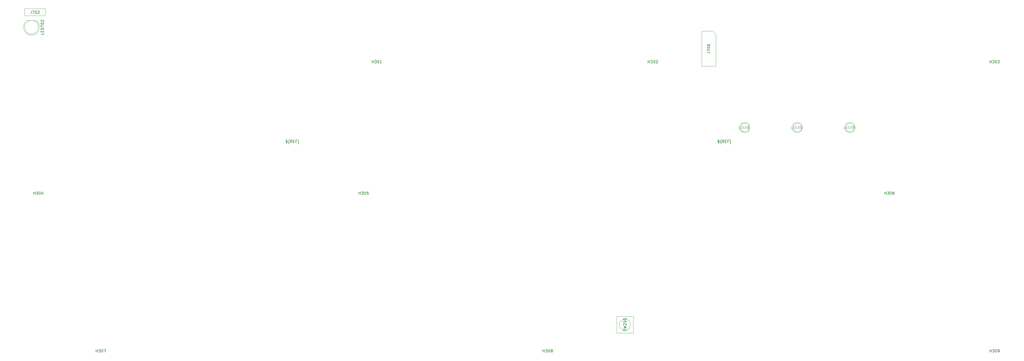
<source format=gbr>
G04 #@! TF.GenerationSoftware,KiCad,Pcbnew,7.0.2*
G04 #@! TF.CreationDate,2023-05-20T00:04:52-04:00*
G04 #@! TF.ProjectId,Boston-keyboard-V082JHA,426f7374-6f6e-42d6-9b65-79626f617264,rev?*
G04 #@! TF.SameCoordinates,Original*
G04 #@! TF.FileFunction,AssemblyDrawing,Top*
%FSLAX46Y46*%
G04 Gerber Fmt 4.6, Leading zero omitted, Abs format (unit mm)*
G04 Created by KiCad (PCBNEW 7.0.2) date 2023-05-20 00:04:52*
%MOMM*%
%LPD*%
G01*
G04 APERTURE LIST*
%ADD10C,0.150000*%
%ADD11C,0.120000*%
%ADD12C,0.100000*%
G04 APERTURE END LIST*
D10*
X302410914Y-49362611D02*
X302410914Y-48362611D01*
X302410914Y-48838801D02*
X302982342Y-48838801D01*
X302982342Y-49362611D02*
X302982342Y-48362611D01*
X303363295Y-48362611D02*
X303982342Y-48362611D01*
X303982342Y-48362611D02*
X303649009Y-48743563D01*
X303649009Y-48743563D02*
X303791866Y-48743563D01*
X303791866Y-48743563D02*
X303887104Y-48791182D01*
X303887104Y-48791182D02*
X303934723Y-48838801D01*
X303934723Y-48838801D02*
X303982342Y-48934039D01*
X303982342Y-48934039D02*
X303982342Y-49172134D01*
X303982342Y-49172134D02*
X303934723Y-49267372D01*
X303934723Y-49267372D02*
X303887104Y-49314992D01*
X303887104Y-49314992D02*
X303791866Y-49362611D01*
X303791866Y-49362611D02*
X303506152Y-49362611D01*
X303506152Y-49362611D02*
X303410914Y-49314992D01*
X303410914Y-49314992D02*
X303363295Y-49267372D01*
X304601390Y-48362611D02*
X304696628Y-48362611D01*
X304696628Y-48362611D02*
X304791866Y-48410230D01*
X304791866Y-48410230D02*
X304839485Y-48457849D01*
X304839485Y-48457849D02*
X304887104Y-48553087D01*
X304887104Y-48553087D02*
X304934723Y-48743563D01*
X304934723Y-48743563D02*
X304934723Y-48981658D01*
X304934723Y-48981658D02*
X304887104Y-49172134D01*
X304887104Y-49172134D02*
X304839485Y-49267372D01*
X304839485Y-49267372D02*
X304791866Y-49314992D01*
X304791866Y-49314992D02*
X304696628Y-49362611D01*
X304696628Y-49362611D02*
X304601390Y-49362611D01*
X304601390Y-49362611D02*
X304506152Y-49314992D01*
X304506152Y-49314992D02*
X304458533Y-49267372D01*
X304458533Y-49267372D02*
X304410914Y-49172134D01*
X304410914Y-49172134D02*
X304363295Y-48981658D01*
X304363295Y-48981658D02*
X304363295Y-48743563D01*
X304363295Y-48743563D02*
X304410914Y-48553087D01*
X304410914Y-48553087D02*
X304458533Y-48457849D01*
X304458533Y-48457849D02*
X304506152Y-48410230D01*
X304506152Y-48410230D02*
X304601390Y-48362611D01*
X305315676Y-48457849D02*
X305363295Y-48410230D01*
X305363295Y-48410230D02*
X305458533Y-48362611D01*
X305458533Y-48362611D02*
X305696628Y-48362611D01*
X305696628Y-48362611D02*
X305791866Y-48410230D01*
X305791866Y-48410230D02*
X305839485Y-48457849D01*
X305839485Y-48457849D02*
X305887104Y-48553087D01*
X305887104Y-48553087D02*
X305887104Y-48648325D01*
X305887104Y-48648325D02*
X305839485Y-48791182D01*
X305839485Y-48791182D02*
X305268057Y-49362611D01*
X305268057Y-49362611D02*
X305887104Y-49362611D01*
X83422619Y-38446428D02*
X83422619Y-38922618D01*
X83422619Y-38922618D02*
X82422619Y-38922618D01*
X82898809Y-38113094D02*
X82898809Y-37779761D01*
X83422619Y-37636904D02*
X83422619Y-38113094D01*
X83422619Y-38113094D02*
X82422619Y-38113094D01*
X82422619Y-38113094D02*
X82422619Y-37636904D01*
X83422619Y-37208332D02*
X82422619Y-37208332D01*
X82422619Y-37208332D02*
X82422619Y-36970237D01*
X82422619Y-36970237D02*
X82470238Y-36827380D01*
X82470238Y-36827380D02*
X82565476Y-36732142D01*
X82565476Y-36732142D02*
X82660714Y-36684523D01*
X82660714Y-36684523D02*
X82851190Y-36636904D01*
X82851190Y-36636904D02*
X82994047Y-36636904D01*
X82994047Y-36636904D02*
X83184523Y-36684523D01*
X83184523Y-36684523D02*
X83279761Y-36732142D01*
X83279761Y-36732142D02*
X83375000Y-36827380D01*
X83375000Y-36827380D02*
X83422619Y-36970237D01*
X83422619Y-36970237D02*
X83422619Y-37208332D01*
X82422619Y-36303570D02*
X82422619Y-35636904D01*
X82422619Y-35636904D02*
X83422619Y-36065475D01*
X82422619Y-35065475D02*
X82422619Y-34970237D01*
X82422619Y-34970237D02*
X82470238Y-34874999D01*
X82470238Y-34874999D02*
X82517857Y-34827380D01*
X82517857Y-34827380D02*
X82613095Y-34779761D01*
X82613095Y-34779761D02*
X82803571Y-34732142D01*
X82803571Y-34732142D02*
X83041666Y-34732142D01*
X83041666Y-34732142D02*
X83232142Y-34779761D01*
X83232142Y-34779761D02*
X83327380Y-34827380D01*
X83327380Y-34827380D02*
X83375000Y-34874999D01*
X83375000Y-34874999D02*
X83422619Y-34970237D01*
X83422619Y-34970237D02*
X83422619Y-35065475D01*
X83422619Y-35065475D02*
X83375000Y-35160713D01*
X83375000Y-35160713D02*
X83327380Y-35208332D01*
X83327380Y-35208332D02*
X83232142Y-35255951D01*
X83232142Y-35255951D02*
X83041666Y-35303570D01*
X83041666Y-35303570D02*
X82803571Y-35303570D01*
X82803571Y-35303570D02*
X82613095Y-35255951D01*
X82613095Y-35255951D02*
X82517857Y-35208332D01*
X82517857Y-35208332D02*
X82470238Y-35160713D01*
X82470238Y-35160713D02*
X82422619Y-35065475D01*
X82517857Y-34351189D02*
X82470238Y-34303570D01*
X82470238Y-34303570D02*
X82422619Y-34208332D01*
X82422619Y-34208332D02*
X82422619Y-33970237D01*
X82422619Y-33970237D02*
X82470238Y-33874999D01*
X82470238Y-33874999D02*
X82517857Y-33827380D01*
X82517857Y-33827380D02*
X82613095Y-33779761D01*
X82613095Y-33779761D02*
X82708333Y-33779761D01*
X82708333Y-33779761D02*
X82851190Y-33827380D01*
X82851190Y-33827380D02*
X83422619Y-34398808D01*
X83422619Y-34398808D02*
X83422619Y-33779761D01*
X388135986Y-96987651D02*
X388135986Y-95987651D01*
X388135986Y-96463841D02*
X388707414Y-96463841D01*
X388707414Y-96987651D02*
X388707414Y-95987651D01*
X389088367Y-95987651D02*
X389707414Y-95987651D01*
X389707414Y-95987651D02*
X389374081Y-96368603D01*
X389374081Y-96368603D02*
X389516938Y-96368603D01*
X389516938Y-96368603D02*
X389612176Y-96416222D01*
X389612176Y-96416222D02*
X389659795Y-96463841D01*
X389659795Y-96463841D02*
X389707414Y-96559079D01*
X389707414Y-96559079D02*
X389707414Y-96797174D01*
X389707414Y-96797174D02*
X389659795Y-96892412D01*
X389659795Y-96892412D02*
X389612176Y-96940032D01*
X389612176Y-96940032D02*
X389516938Y-96987651D01*
X389516938Y-96987651D02*
X389231224Y-96987651D01*
X389231224Y-96987651D02*
X389135986Y-96940032D01*
X389135986Y-96940032D02*
X389088367Y-96892412D01*
X390326462Y-95987651D02*
X390421700Y-95987651D01*
X390421700Y-95987651D02*
X390516938Y-96035270D01*
X390516938Y-96035270D02*
X390564557Y-96082889D01*
X390564557Y-96082889D02*
X390612176Y-96178127D01*
X390612176Y-96178127D02*
X390659795Y-96368603D01*
X390659795Y-96368603D02*
X390659795Y-96606698D01*
X390659795Y-96606698D02*
X390612176Y-96797174D01*
X390612176Y-96797174D02*
X390564557Y-96892412D01*
X390564557Y-96892412D02*
X390516938Y-96940032D01*
X390516938Y-96940032D02*
X390421700Y-96987651D01*
X390421700Y-96987651D02*
X390326462Y-96987651D01*
X390326462Y-96987651D02*
X390231224Y-96940032D01*
X390231224Y-96940032D02*
X390183605Y-96892412D01*
X390183605Y-96892412D02*
X390135986Y-96797174D01*
X390135986Y-96797174D02*
X390088367Y-96606698D01*
X390088367Y-96606698D02*
X390088367Y-96368603D01*
X390088367Y-96368603D02*
X390135986Y-96178127D01*
X390135986Y-96178127D02*
X390183605Y-96082889D01*
X390183605Y-96082889D02*
X390231224Y-96035270D01*
X390231224Y-96035270D02*
X390326462Y-95987651D01*
X391516938Y-95987651D02*
X391326462Y-95987651D01*
X391326462Y-95987651D02*
X391231224Y-96035270D01*
X391231224Y-96035270D02*
X391183605Y-96082889D01*
X391183605Y-96082889D02*
X391088367Y-96225746D01*
X391088367Y-96225746D02*
X391040748Y-96416222D01*
X391040748Y-96416222D02*
X391040748Y-96797174D01*
X391040748Y-96797174D02*
X391088367Y-96892412D01*
X391088367Y-96892412D02*
X391135986Y-96940032D01*
X391135986Y-96940032D02*
X391231224Y-96987651D01*
X391231224Y-96987651D02*
X391421700Y-96987651D01*
X391421700Y-96987651D02*
X391516938Y-96940032D01*
X391516938Y-96940032D02*
X391564557Y-96892412D01*
X391564557Y-96892412D02*
X391612176Y-96797174D01*
X391612176Y-96797174D02*
X391612176Y-96559079D01*
X391612176Y-96559079D02*
X391564557Y-96463841D01*
X391564557Y-96463841D02*
X391516938Y-96416222D01*
X391516938Y-96416222D02*
X391421700Y-96368603D01*
X391421700Y-96368603D02*
X391231224Y-96368603D01*
X391231224Y-96368603D02*
X391135986Y-96416222D01*
X391135986Y-96416222D02*
X391088367Y-96463841D01*
X391088367Y-96463841D02*
X391040748Y-96559079D01*
X426236018Y-49362611D02*
X426236018Y-48362611D01*
X426236018Y-48838801D02*
X426807446Y-48838801D01*
X426807446Y-49362611D02*
X426807446Y-48362611D01*
X427188399Y-48362611D02*
X427807446Y-48362611D01*
X427807446Y-48362611D02*
X427474113Y-48743563D01*
X427474113Y-48743563D02*
X427616970Y-48743563D01*
X427616970Y-48743563D02*
X427712208Y-48791182D01*
X427712208Y-48791182D02*
X427759827Y-48838801D01*
X427759827Y-48838801D02*
X427807446Y-48934039D01*
X427807446Y-48934039D02*
X427807446Y-49172134D01*
X427807446Y-49172134D02*
X427759827Y-49267372D01*
X427759827Y-49267372D02*
X427712208Y-49314992D01*
X427712208Y-49314992D02*
X427616970Y-49362611D01*
X427616970Y-49362611D02*
X427331256Y-49362611D01*
X427331256Y-49362611D02*
X427236018Y-49314992D01*
X427236018Y-49314992D02*
X427188399Y-49267372D01*
X428426494Y-48362611D02*
X428521732Y-48362611D01*
X428521732Y-48362611D02*
X428616970Y-48410230D01*
X428616970Y-48410230D02*
X428664589Y-48457849D01*
X428664589Y-48457849D02*
X428712208Y-48553087D01*
X428712208Y-48553087D02*
X428759827Y-48743563D01*
X428759827Y-48743563D02*
X428759827Y-48981658D01*
X428759827Y-48981658D02*
X428712208Y-49172134D01*
X428712208Y-49172134D02*
X428664589Y-49267372D01*
X428664589Y-49267372D02*
X428616970Y-49314992D01*
X428616970Y-49314992D02*
X428521732Y-49362611D01*
X428521732Y-49362611D02*
X428426494Y-49362611D01*
X428426494Y-49362611D02*
X428331256Y-49314992D01*
X428331256Y-49314992D02*
X428283637Y-49267372D01*
X428283637Y-49267372D02*
X428236018Y-49172134D01*
X428236018Y-49172134D02*
X428188399Y-48981658D01*
X428188399Y-48981658D02*
X428188399Y-48743563D01*
X428188399Y-48743563D02*
X428236018Y-48553087D01*
X428236018Y-48553087D02*
X428283637Y-48457849D01*
X428283637Y-48457849D02*
X428331256Y-48410230D01*
X428331256Y-48410230D02*
X428426494Y-48362611D01*
X429093161Y-48362611D02*
X429712208Y-48362611D01*
X429712208Y-48362611D02*
X429378875Y-48743563D01*
X429378875Y-48743563D02*
X429521732Y-48743563D01*
X429521732Y-48743563D02*
X429616970Y-48791182D01*
X429616970Y-48791182D02*
X429664589Y-48838801D01*
X429664589Y-48838801D02*
X429712208Y-48934039D01*
X429712208Y-48934039D02*
X429712208Y-49172134D01*
X429712208Y-49172134D02*
X429664589Y-49267372D01*
X429664589Y-49267372D02*
X429616970Y-49314992D01*
X429616970Y-49314992D02*
X429521732Y-49362611D01*
X429521732Y-49362611D02*
X429236018Y-49362611D01*
X429236018Y-49362611D02*
X429140780Y-49314992D01*
X429140780Y-49314992D02*
X429093161Y-49267372D01*
D11*
X335605356Y-73082595D02*
X335224404Y-73082595D01*
X335224404Y-73082595D02*
X335224404Y-72282595D01*
X335872023Y-72663547D02*
X336138689Y-72663547D01*
X336252975Y-73082595D02*
X335872023Y-73082595D01*
X335872023Y-73082595D02*
X335872023Y-72282595D01*
X335872023Y-72282595D02*
X336252975Y-72282595D01*
X336595833Y-73082595D02*
X336595833Y-72282595D01*
X336595833Y-72282595D02*
X336786309Y-72282595D01*
X336786309Y-72282595D02*
X336900595Y-72320690D01*
X336900595Y-72320690D02*
X336976785Y-72396880D01*
X336976785Y-72396880D02*
X337014880Y-72473071D01*
X337014880Y-72473071D02*
X337052976Y-72625452D01*
X337052976Y-72625452D02*
X337052976Y-72739738D01*
X337052976Y-72739738D02*
X337014880Y-72892119D01*
X337014880Y-72892119D02*
X336976785Y-72968309D01*
X336976785Y-72968309D02*
X336900595Y-73044500D01*
X336900595Y-73044500D02*
X336786309Y-73082595D01*
X336786309Y-73082595D02*
X336595833Y-73082595D01*
X337357737Y-72358785D02*
X337395833Y-72320690D01*
X337395833Y-72320690D02*
X337472023Y-72282595D01*
X337472023Y-72282595D02*
X337662499Y-72282595D01*
X337662499Y-72282595D02*
X337738690Y-72320690D01*
X337738690Y-72320690D02*
X337776785Y-72358785D01*
X337776785Y-72358785D02*
X337814880Y-72434976D01*
X337814880Y-72434976D02*
X337814880Y-72511166D01*
X337814880Y-72511166D02*
X337776785Y-72625452D01*
X337776785Y-72625452D02*
X337319642Y-73082595D01*
X337319642Y-73082595D02*
X337814880Y-73082595D01*
X338310119Y-72282595D02*
X338386309Y-72282595D01*
X338386309Y-72282595D02*
X338462500Y-72320690D01*
X338462500Y-72320690D02*
X338500595Y-72358785D01*
X338500595Y-72358785D02*
X338538690Y-72434976D01*
X338538690Y-72434976D02*
X338576785Y-72587357D01*
X338576785Y-72587357D02*
X338576785Y-72777833D01*
X338576785Y-72777833D02*
X338538690Y-72930214D01*
X338538690Y-72930214D02*
X338500595Y-73006404D01*
X338500595Y-73006404D02*
X338462500Y-73044500D01*
X338462500Y-73044500D02*
X338386309Y-73082595D01*
X338386309Y-73082595D02*
X338310119Y-73082595D01*
X338310119Y-73082595D02*
X338233928Y-73044500D01*
X338233928Y-73044500D02*
X338195833Y-73006404D01*
X338195833Y-73006404D02*
X338157738Y-72930214D01*
X338157738Y-72930214D02*
X338119642Y-72777833D01*
X338119642Y-72777833D02*
X338119642Y-72587357D01*
X338119642Y-72587357D02*
X338157738Y-72434976D01*
X338157738Y-72434976D02*
X338195833Y-72358785D01*
X338195833Y-72358785D02*
X338233928Y-72320690D01*
X338233928Y-72320690D02*
X338310119Y-72282595D01*
X339338690Y-73082595D02*
X338881547Y-73082595D01*
X339110119Y-73082595D02*
X339110119Y-72282595D01*
X339110119Y-72282595D02*
X339033928Y-72396880D01*
X339033928Y-72396880D02*
X338957738Y-72473071D01*
X338957738Y-72473071D02*
X338881547Y-72511166D01*
D10*
X327666666Y-78207500D02*
X327809523Y-78255119D01*
X327809523Y-78255119D02*
X328047618Y-78255119D01*
X328047618Y-78255119D02*
X328142856Y-78207500D01*
X328142856Y-78207500D02*
X328190475Y-78159880D01*
X328190475Y-78159880D02*
X328238094Y-78064642D01*
X328238094Y-78064642D02*
X328238094Y-77969404D01*
X328238094Y-77969404D02*
X328190475Y-77874166D01*
X328190475Y-77874166D02*
X328142856Y-77826547D01*
X328142856Y-77826547D02*
X328047618Y-77778928D01*
X328047618Y-77778928D02*
X327857142Y-77731309D01*
X327857142Y-77731309D02*
X327761904Y-77683690D01*
X327761904Y-77683690D02*
X327714285Y-77636071D01*
X327714285Y-77636071D02*
X327666666Y-77540833D01*
X327666666Y-77540833D02*
X327666666Y-77445595D01*
X327666666Y-77445595D02*
X327714285Y-77350357D01*
X327714285Y-77350357D02*
X327761904Y-77302738D01*
X327761904Y-77302738D02*
X327857142Y-77255119D01*
X327857142Y-77255119D02*
X328095237Y-77255119D01*
X328095237Y-77255119D02*
X328238094Y-77302738D01*
X327952380Y-77112261D02*
X327952380Y-78397976D01*
X328952380Y-78636071D02*
X328904761Y-78636071D01*
X328904761Y-78636071D02*
X328809523Y-78588452D01*
X328809523Y-78588452D02*
X328761904Y-78493214D01*
X328761904Y-78493214D02*
X328761904Y-78017023D01*
X328761904Y-78017023D02*
X328714285Y-77921785D01*
X328714285Y-77921785D02*
X328619047Y-77874166D01*
X328619047Y-77874166D02*
X328714285Y-77826547D01*
X328714285Y-77826547D02*
X328761904Y-77731309D01*
X328761904Y-77731309D02*
X328761904Y-77255119D01*
X328761904Y-77255119D02*
X328809523Y-77159880D01*
X328809523Y-77159880D02*
X328904761Y-77112261D01*
X328904761Y-77112261D02*
X328952380Y-77112261D01*
X329904761Y-78255119D02*
X329571428Y-77778928D01*
X329333333Y-78255119D02*
X329333333Y-77255119D01*
X329333333Y-77255119D02*
X329714285Y-77255119D01*
X329714285Y-77255119D02*
X329809523Y-77302738D01*
X329809523Y-77302738D02*
X329857142Y-77350357D01*
X329857142Y-77350357D02*
X329904761Y-77445595D01*
X329904761Y-77445595D02*
X329904761Y-77588452D01*
X329904761Y-77588452D02*
X329857142Y-77683690D01*
X329857142Y-77683690D02*
X329809523Y-77731309D01*
X329809523Y-77731309D02*
X329714285Y-77778928D01*
X329714285Y-77778928D02*
X329333333Y-77778928D01*
X330333333Y-77731309D02*
X330666666Y-77731309D01*
X330809523Y-78255119D02*
X330333333Y-78255119D01*
X330333333Y-78255119D02*
X330333333Y-77255119D01*
X330333333Y-77255119D02*
X330809523Y-77255119D01*
X331571428Y-77731309D02*
X331238095Y-77731309D01*
X331238095Y-78255119D02*
X331238095Y-77255119D01*
X331238095Y-77255119D02*
X331714285Y-77255119D01*
X332000000Y-78636071D02*
X332047619Y-78636071D01*
X332047619Y-78636071D02*
X332142857Y-78588452D01*
X332142857Y-78588452D02*
X332190476Y-78493214D01*
X332190476Y-78493214D02*
X332190476Y-78017023D01*
X332190476Y-78017023D02*
X332238095Y-77921785D01*
X332238095Y-77921785D02*
X332333333Y-77874166D01*
X332333333Y-77874166D02*
X332238095Y-77826547D01*
X332238095Y-77826547D02*
X332190476Y-77731309D01*
X332190476Y-77731309D02*
X332190476Y-77255119D01*
X332190476Y-77255119D02*
X332142857Y-77159880D01*
X332142857Y-77159880D02*
X332047619Y-77112261D01*
X332047619Y-77112261D02*
X332000000Y-77112261D01*
D11*
X354655356Y-73082595D02*
X354274404Y-73082595D01*
X354274404Y-73082595D02*
X354274404Y-72282595D01*
X354922023Y-72663547D02*
X355188689Y-72663547D01*
X355302975Y-73082595D02*
X354922023Y-73082595D01*
X354922023Y-73082595D02*
X354922023Y-72282595D01*
X354922023Y-72282595D02*
X355302975Y-72282595D01*
X355645833Y-73082595D02*
X355645833Y-72282595D01*
X355645833Y-72282595D02*
X355836309Y-72282595D01*
X355836309Y-72282595D02*
X355950595Y-72320690D01*
X355950595Y-72320690D02*
X356026785Y-72396880D01*
X356026785Y-72396880D02*
X356064880Y-72473071D01*
X356064880Y-72473071D02*
X356102976Y-72625452D01*
X356102976Y-72625452D02*
X356102976Y-72739738D01*
X356102976Y-72739738D02*
X356064880Y-72892119D01*
X356064880Y-72892119D02*
X356026785Y-72968309D01*
X356026785Y-72968309D02*
X355950595Y-73044500D01*
X355950595Y-73044500D02*
X355836309Y-73082595D01*
X355836309Y-73082595D02*
X355645833Y-73082595D01*
X356407737Y-72358785D02*
X356445833Y-72320690D01*
X356445833Y-72320690D02*
X356522023Y-72282595D01*
X356522023Y-72282595D02*
X356712499Y-72282595D01*
X356712499Y-72282595D02*
X356788690Y-72320690D01*
X356788690Y-72320690D02*
X356826785Y-72358785D01*
X356826785Y-72358785D02*
X356864880Y-72434976D01*
X356864880Y-72434976D02*
X356864880Y-72511166D01*
X356864880Y-72511166D02*
X356826785Y-72625452D01*
X356826785Y-72625452D02*
X356369642Y-73082595D01*
X356369642Y-73082595D02*
X356864880Y-73082595D01*
X357360119Y-72282595D02*
X357436309Y-72282595D01*
X357436309Y-72282595D02*
X357512500Y-72320690D01*
X357512500Y-72320690D02*
X357550595Y-72358785D01*
X357550595Y-72358785D02*
X357588690Y-72434976D01*
X357588690Y-72434976D02*
X357626785Y-72587357D01*
X357626785Y-72587357D02*
X357626785Y-72777833D01*
X357626785Y-72777833D02*
X357588690Y-72930214D01*
X357588690Y-72930214D02*
X357550595Y-73006404D01*
X357550595Y-73006404D02*
X357512500Y-73044500D01*
X357512500Y-73044500D02*
X357436309Y-73082595D01*
X357436309Y-73082595D02*
X357360119Y-73082595D01*
X357360119Y-73082595D02*
X357283928Y-73044500D01*
X357283928Y-73044500D02*
X357245833Y-73006404D01*
X357245833Y-73006404D02*
X357207738Y-72930214D01*
X357207738Y-72930214D02*
X357169642Y-72777833D01*
X357169642Y-72777833D02*
X357169642Y-72587357D01*
X357169642Y-72587357D02*
X357207738Y-72434976D01*
X357207738Y-72434976D02*
X357245833Y-72358785D01*
X357245833Y-72358785D02*
X357283928Y-72320690D01*
X357283928Y-72320690D02*
X357360119Y-72282595D01*
X357931547Y-72358785D02*
X357969643Y-72320690D01*
X357969643Y-72320690D02*
X358045833Y-72282595D01*
X358045833Y-72282595D02*
X358236309Y-72282595D01*
X358236309Y-72282595D02*
X358312500Y-72320690D01*
X358312500Y-72320690D02*
X358350595Y-72358785D01*
X358350595Y-72358785D02*
X358388690Y-72434976D01*
X358388690Y-72434976D02*
X358388690Y-72511166D01*
X358388690Y-72511166D02*
X358350595Y-72625452D01*
X358350595Y-72625452D02*
X357893452Y-73082595D01*
X357893452Y-73082595D02*
X358388690Y-73082595D01*
D10*
X294415000Y-146435713D02*
X294462619Y-146292856D01*
X294462619Y-146292856D02*
X294462619Y-146054761D01*
X294462619Y-146054761D02*
X294415000Y-145959523D01*
X294415000Y-145959523D02*
X294367380Y-145911904D01*
X294367380Y-145911904D02*
X294272142Y-145864285D01*
X294272142Y-145864285D02*
X294176904Y-145864285D01*
X294176904Y-145864285D02*
X294081666Y-145911904D01*
X294081666Y-145911904D02*
X294034047Y-145959523D01*
X294034047Y-145959523D02*
X293986428Y-146054761D01*
X293986428Y-146054761D02*
X293938809Y-146245237D01*
X293938809Y-146245237D02*
X293891190Y-146340475D01*
X293891190Y-146340475D02*
X293843571Y-146388094D01*
X293843571Y-146388094D02*
X293748333Y-146435713D01*
X293748333Y-146435713D02*
X293653095Y-146435713D01*
X293653095Y-146435713D02*
X293557857Y-146388094D01*
X293557857Y-146388094D02*
X293510238Y-146340475D01*
X293510238Y-146340475D02*
X293462619Y-146245237D01*
X293462619Y-146245237D02*
X293462619Y-146007142D01*
X293462619Y-146007142D02*
X293510238Y-145864285D01*
X293462619Y-145530951D02*
X294462619Y-145292856D01*
X294462619Y-145292856D02*
X293748333Y-145102380D01*
X293748333Y-145102380D02*
X294462619Y-144911904D01*
X294462619Y-144911904D02*
X293462619Y-144673809D01*
X293557857Y-144340475D02*
X293510238Y-144292856D01*
X293510238Y-144292856D02*
X293462619Y-144197618D01*
X293462619Y-144197618D02*
X293462619Y-143959523D01*
X293462619Y-143959523D02*
X293510238Y-143864285D01*
X293510238Y-143864285D02*
X293557857Y-143816666D01*
X293557857Y-143816666D02*
X293653095Y-143769047D01*
X293653095Y-143769047D02*
X293748333Y-143769047D01*
X293748333Y-143769047D02*
X293891190Y-143816666D01*
X293891190Y-143816666D02*
X294462619Y-144388094D01*
X294462619Y-144388094D02*
X294462619Y-143769047D01*
X293462619Y-143149999D02*
X293462619Y-143054761D01*
X293462619Y-143054761D02*
X293510238Y-142959523D01*
X293510238Y-142959523D02*
X293557857Y-142911904D01*
X293557857Y-142911904D02*
X293653095Y-142864285D01*
X293653095Y-142864285D02*
X293843571Y-142816666D01*
X293843571Y-142816666D02*
X294081666Y-142816666D01*
X294081666Y-142816666D02*
X294272142Y-142864285D01*
X294272142Y-142864285D02*
X294367380Y-142911904D01*
X294367380Y-142911904D02*
X294415000Y-142959523D01*
X294415000Y-142959523D02*
X294462619Y-143054761D01*
X294462619Y-143054761D02*
X294462619Y-143149999D01*
X294462619Y-143149999D02*
X294415000Y-143245237D01*
X294415000Y-143245237D02*
X294367380Y-143292856D01*
X294367380Y-143292856D02*
X294272142Y-143340475D01*
X294272142Y-143340475D02*
X294081666Y-143388094D01*
X294081666Y-143388094D02*
X293843571Y-143388094D01*
X293843571Y-143388094D02*
X293653095Y-143340475D01*
X293653095Y-143340475D02*
X293557857Y-143292856D01*
X293557857Y-143292856D02*
X293510238Y-143245237D01*
X293510238Y-143245237D02*
X293462619Y-143149999D01*
X293462619Y-142197618D02*
X293462619Y-142102380D01*
X293462619Y-142102380D02*
X293510238Y-142007142D01*
X293510238Y-142007142D02*
X293557857Y-141959523D01*
X293557857Y-141959523D02*
X293653095Y-141911904D01*
X293653095Y-141911904D02*
X293843571Y-141864285D01*
X293843571Y-141864285D02*
X294081666Y-141864285D01*
X294081666Y-141864285D02*
X294272142Y-141911904D01*
X294272142Y-141911904D02*
X294367380Y-141959523D01*
X294367380Y-141959523D02*
X294415000Y-142007142D01*
X294415000Y-142007142D02*
X294462619Y-142102380D01*
X294462619Y-142102380D02*
X294462619Y-142197618D01*
X294462619Y-142197618D02*
X294415000Y-142292856D01*
X294415000Y-142292856D02*
X294367380Y-142340475D01*
X294367380Y-142340475D02*
X294272142Y-142388094D01*
X294272142Y-142388094D02*
X294081666Y-142435713D01*
X294081666Y-142435713D02*
X293843571Y-142435713D01*
X293843571Y-142435713D02*
X293653095Y-142388094D01*
X293653095Y-142388094D02*
X293557857Y-142340475D01*
X293557857Y-142340475D02*
X293510238Y-142292856D01*
X293510238Y-142292856D02*
X293462619Y-142197618D01*
X78999285Y-30412619D02*
X78999285Y-31126904D01*
X78999285Y-31126904D02*
X78951666Y-31269761D01*
X78951666Y-31269761D02*
X78856428Y-31365000D01*
X78856428Y-31365000D02*
X78713571Y-31412619D01*
X78713571Y-31412619D02*
X78618333Y-31412619D01*
X79380238Y-30412619D02*
X80046904Y-30412619D01*
X80046904Y-30412619D02*
X79618333Y-31412619D01*
X80618333Y-30412619D02*
X80713571Y-30412619D01*
X80713571Y-30412619D02*
X80808809Y-30460238D01*
X80808809Y-30460238D02*
X80856428Y-30507857D01*
X80856428Y-30507857D02*
X80904047Y-30603095D01*
X80904047Y-30603095D02*
X80951666Y-30793571D01*
X80951666Y-30793571D02*
X80951666Y-31031666D01*
X80951666Y-31031666D02*
X80904047Y-31222142D01*
X80904047Y-31222142D02*
X80856428Y-31317380D01*
X80856428Y-31317380D02*
X80808809Y-31365000D01*
X80808809Y-31365000D02*
X80713571Y-31412619D01*
X80713571Y-31412619D02*
X80618333Y-31412619D01*
X80618333Y-31412619D02*
X80523095Y-31365000D01*
X80523095Y-31365000D02*
X80475476Y-31317380D01*
X80475476Y-31317380D02*
X80427857Y-31222142D01*
X80427857Y-31222142D02*
X80380238Y-31031666D01*
X80380238Y-31031666D02*
X80380238Y-30793571D01*
X80380238Y-30793571D02*
X80427857Y-30603095D01*
X80427857Y-30603095D02*
X80475476Y-30507857D01*
X80475476Y-30507857D02*
X80523095Y-30460238D01*
X80523095Y-30460238D02*
X80618333Y-30412619D01*
X81332619Y-30507857D02*
X81380238Y-30460238D01*
X81380238Y-30460238D02*
X81475476Y-30412619D01*
X81475476Y-30412619D02*
X81713571Y-30412619D01*
X81713571Y-30412619D02*
X81808809Y-30460238D01*
X81808809Y-30460238D02*
X81856428Y-30507857D01*
X81856428Y-30507857D02*
X81904047Y-30603095D01*
X81904047Y-30603095D02*
X81904047Y-30698333D01*
X81904047Y-30698333D02*
X81856428Y-30841190D01*
X81856428Y-30841190D02*
X81285000Y-31412619D01*
X81285000Y-31412619D02*
X81904047Y-31412619D01*
X264310882Y-154137699D02*
X264310882Y-153137699D01*
X264310882Y-153613889D02*
X264882310Y-153613889D01*
X264882310Y-154137699D02*
X264882310Y-153137699D01*
X265263263Y-153137699D02*
X265882310Y-153137699D01*
X265882310Y-153137699D02*
X265548977Y-153518651D01*
X265548977Y-153518651D02*
X265691834Y-153518651D01*
X265691834Y-153518651D02*
X265787072Y-153566270D01*
X265787072Y-153566270D02*
X265834691Y-153613889D01*
X265834691Y-153613889D02*
X265882310Y-153709127D01*
X265882310Y-153709127D02*
X265882310Y-153947222D01*
X265882310Y-153947222D02*
X265834691Y-154042460D01*
X265834691Y-154042460D02*
X265787072Y-154090080D01*
X265787072Y-154090080D02*
X265691834Y-154137699D01*
X265691834Y-154137699D02*
X265406120Y-154137699D01*
X265406120Y-154137699D02*
X265310882Y-154090080D01*
X265310882Y-154090080D02*
X265263263Y-154042460D01*
X266501358Y-153137699D02*
X266596596Y-153137699D01*
X266596596Y-153137699D02*
X266691834Y-153185318D01*
X266691834Y-153185318D02*
X266739453Y-153232937D01*
X266739453Y-153232937D02*
X266787072Y-153328175D01*
X266787072Y-153328175D02*
X266834691Y-153518651D01*
X266834691Y-153518651D02*
X266834691Y-153756746D01*
X266834691Y-153756746D02*
X266787072Y-153947222D01*
X266787072Y-153947222D02*
X266739453Y-154042460D01*
X266739453Y-154042460D02*
X266691834Y-154090080D01*
X266691834Y-154090080D02*
X266596596Y-154137699D01*
X266596596Y-154137699D02*
X266501358Y-154137699D01*
X266501358Y-154137699D02*
X266406120Y-154090080D01*
X266406120Y-154090080D02*
X266358501Y-154042460D01*
X266358501Y-154042460D02*
X266310882Y-153947222D01*
X266310882Y-153947222D02*
X266263263Y-153756746D01*
X266263263Y-153756746D02*
X266263263Y-153518651D01*
X266263263Y-153518651D02*
X266310882Y-153328175D01*
X266310882Y-153328175D02*
X266358501Y-153232937D01*
X266358501Y-153232937D02*
X266406120Y-153185318D01*
X266406120Y-153185318D02*
X266501358Y-153137699D01*
X267406120Y-153566270D02*
X267310882Y-153518651D01*
X267310882Y-153518651D02*
X267263263Y-153471032D01*
X267263263Y-153471032D02*
X267215644Y-153375794D01*
X267215644Y-153375794D02*
X267215644Y-153328175D01*
X267215644Y-153328175D02*
X267263263Y-153232937D01*
X267263263Y-153232937D02*
X267310882Y-153185318D01*
X267310882Y-153185318D02*
X267406120Y-153137699D01*
X267406120Y-153137699D02*
X267596596Y-153137699D01*
X267596596Y-153137699D02*
X267691834Y-153185318D01*
X267691834Y-153185318D02*
X267739453Y-153232937D01*
X267739453Y-153232937D02*
X267787072Y-153328175D01*
X267787072Y-153328175D02*
X267787072Y-153375794D01*
X267787072Y-153375794D02*
X267739453Y-153471032D01*
X267739453Y-153471032D02*
X267691834Y-153518651D01*
X267691834Y-153518651D02*
X267596596Y-153566270D01*
X267596596Y-153566270D02*
X267406120Y-153566270D01*
X267406120Y-153566270D02*
X267310882Y-153613889D01*
X267310882Y-153613889D02*
X267263263Y-153661508D01*
X267263263Y-153661508D02*
X267215644Y-153756746D01*
X267215644Y-153756746D02*
X267215644Y-153947222D01*
X267215644Y-153947222D02*
X267263263Y-154042460D01*
X267263263Y-154042460D02*
X267310882Y-154090080D01*
X267310882Y-154090080D02*
X267406120Y-154137699D01*
X267406120Y-154137699D02*
X267596596Y-154137699D01*
X267596596Y-154137699D02*
X267691834Y-154090080D01*
X267691834Y-154090080D02*
X267739453Y-154042460D01*
X267739453Y-154042460D02*
X267787072Y-153947222D01*
X267787072Y-153947222D02*
X267787072Y-153756746D01*
X267787072Y-153756746D02*
X267739453Y-153661508D01*
X267739453Y-153661508D02*
X267691834Y-153613889D01*
X267691834Y-153613889D02*
X267596596Y-153566270D01*
X197635826Y-96987651D02*
X197635826Y-95987651D01*
X197635826Y-96463841D02*
X198207254Y-96463841D01*
X198207254Y-96987651D02*
X198207254Y-95987651D01*
X198588207Y-95987651D02*
X199207254Y-95987651D01*
X199207254Y-95987651D02*
X198873921Y-96368603D01*
X198873921Y-96368603D02*
X199016778Y-96368603D01*
X199016778Y-96368603D02*
X199112016Y-96416222D01*
X199112016Y-96416222D02*
X199159635Y-96463841D01*
X199159635Y-96463841D02*
X199207254Y-96559079D01*
X199207254Y-96559079D02*
X199207254Y-96797174D01*
X199207254Y-96797174D02*
X199159635Y-96892412D01*
X199159635Y-96892412D02*
X199112016Y-96940032D01*
X199112016Y-96940032D02*
X199016778Y-96987651D01*
X199016778Y-96987651D02*
X198731064Y-96987651D01*
X198731064Y-96987651D02*
X198635826Y-96940032D01*
X198635826Y-96940032D02*
X198588207Y-96892412D01*
X199826302Y-95987651D02*
X199921540Y-95987651D01*
X199921540Y-95987651D02*
X200016778Y-96035270D01*
X200016778Y-96035270D02*
X200064397Y-96082889D01*
X200064397Y-96082889D02*
X200112016Y-96178127D01*
X200112016Y-96178127D02*
X200159635Y-96368603D01*
X200159635Y-96368603D02*
X200159635Y-96606698D01*
X200159635Y-96606698D02*
X200112016Y-96797174D01*
X200112016Y-96797174D02*
X200064397Y-96892412D01*
X200064397Y-96892412D02*
X200016778Y-96940032D01*
X200016778Y-96940032D02*
X199921540Y-96987651D01*
X199921540Y-96987651D02*
X199826302Y-96987651D01*
X199826302Y-96987651D02*
X199731064Y-96940032D01*
X199731064Y-96940032D02*
X199683445Y-96892412D01*
X199683445Y-96892412D02*
X199635826Y-96797174D01*
X199635826Y-96797174D02*
X199588207Y-96606698D01*
X199588207Y-96606698D02*
X199588207Y-96368603D01*
X199588207Y-96368603D02*
X199635826Y-96178127D01*
X199635826Y-96178127D02*
X199683445Y-96082889D01*
X199683445Y-96082889D02*
X199731064Y-96035270D01*
X199731064Y-96035270D02*
X199826302Y-95987651D01*
X201064397Y-95987651D02*
X200588207Y-95987651D01*
X200588207Y-95987651D02*
X200540588Y-96463841D01*
X200540588Y-96463841D02*
X200588207Y-96416222D01*
X200588207Y-96416222D02*
X200683445Y-96368603D01*
X200683445Y-96368603D02*
X200921540Y-96368603D01*
X200921540Y-96368603D02*
X201016778Y-96416222D01*
X201016778Y-96416222D02*
X201064397Y-96463841D01*
X201064397Y-96463841D02*
X201112016Y-96559079D01*
X201112016Y-96559079D02*
X201112016Y-96797174D01*
X201112016Y-96797174D02*
X201064397Y-96892412D01*
X201064397Y-96892412D02*
X201016778Y-96940032D01*
X201016778Y-96940032D02*
X200921540Y-96987651D01*
X200921540Y-96987651D02*
X200683445Y-96987651D01*
X200683445Y-96987651D02*
X200588207Y-96940032D01*
X200588207Y-96940032D02*
X200540588Y-96892412D01*
X102385746Y-154137699D02*
X102385746Y-153137699D01*
X102385746Y-153613889D02*
X102957174Y-153613889D01*
X102957174Y-154137699D02*
X102957174Y-153137699D01*
X103338127Y-153137699D02*
X103957174Y-153137699D01*
X103957174Y-153137699D02*
X103623841Y-153518651D01*
X103623841Y-153518651D02*
X103766698Y-153518651D01*
X103766698Y-153518651D02*
X103861936Y-153566270D01*
X103861936Y-153566270D02*
X103909555Y-153613889D01*
X103909555Y-153613889D02*
X103957174Y-153709127D01*
X103957174Y-153709127D02*
X103957174Y-153947222D01*
X103957174Y-153947222D02*
X103909555Y-154042460D01*
X103909555Y-154042460D02*
X103861936Y-154090080D01*
X103861936Y-154090080D02*
X103766698Y-154137699D01*
X103766698Y-154137699D02*
X103480984Y-154137699D01*
X103480984Y-154137699D02*
X103385746Y-154090080D01*
X103385746Y-154090080D02*
X103338127Y-154042460D01*
X104576222Y-153137699D02*
X104671460Y-153137699D01*
X104671460Y-153137699D02*
X104766698Y-153185318D01*
X104766698Y-153185318D02*
X104814317Y-153232937D01*
X104814317Y-153232937D02*
X104861936Y-153328175D01*
X104861936Y-153328175D02*
X104909555Y-153518651D01*
X104909555Y-153518651D02*
X104909555Y-153756746D01*
X104909555Y-153756746D02*
X104861936Y-153947222D01*
X104861936Y-153947222D02*
X104814317Y-154042460D01*
X104814317Y-154042460D02*
X104766698Y-154090080D01*
X104766698Y-154090080D02*
X104671460Y-154137699D01*
X104671460Y-154137699D02*
X104576222Y-154137699D01*
X104576222Y-154137699D02*
X104480984Y-154090080D01*
X104480984Y-154090080D02*
X104433365Y-154042460D01*
X104433365Y-154042460D02*
X104385746Y-153947222D01*
X104385746Y-153947222D02*
X104338127Y-153756746D01*
X104338127Y-153756746D02*
X104338127Y-153518651D01*
X104338127Y-153518651D02*
X104385746Y-153328175D01*
X104385746Y-153328175D02*
X104433365Y-153232937D01*
X104433365Y-153232937D02*
X104480984Y-153185318D01*
X104480984Y-153185318D02*
X104576222Y-153137699D01*
X105242889Y-153137699D02*
X105909555Y-153137699D01*
X105909555Y-153137699D02*
X105480984Y-154137699D01*
X171166666Y-78207500D02*
X171309523Y-78255119D01*
X171309523Y-78255119D02*
X171547618Y-78255119D01*
X171547618Y-78255119D02*
X171642856Y-78207500D01*
X171642856Y-78207500D02*
X171690475Y-78159880D01*
X171690475Y-78159880D02*
X171738094Y-78064642D01*
X171738094Y-78064642D02*
X171738094Y-77969404D01*
X171738094Y-77969404D02*
X171690475Y-77874166D01*
X171690475Y-77874166D02*
X171642856Y-77826547D01*
X171642856Y-77826547D02*
X171547618Y-77778928D01*
X171547618Y-77778928D02*
X171357142Y-77731309D01*
X171357142Y-77731309D02*
X171261904Y-77683690D01*
X171261904Y-77683690D02*
X171214285Y-77636071D01*
X171214285Y-77636071D02*
X171166666Y-77540833D01*
X171166666Y-77540833D02*
X171166666Y-77445595D01*
X171166666Y-77445595D02*
X171214285Y-77350357D01*
X171214285Y-77350357D02*
X171261904Y-77302738D01*
X171261904Y-77302738D02*
X171357142Y-77255119D01*
X171357142Y-77255119D02*
X171595237Y-77255119D01*
X171595237Y-77255119D02*
X171738094Y-77302738D01*
X171452380Y-77112261D02*
X171452380Y-78397976D01*
X172452380Y-78636071D02*
X172404761Y-78636071D01*
X172404761Y-78636071D02*
X172309523Y-78588452D01*
X172309523Y-78588452D02*
X172261904Y-78493214D01*
X172261904Y-78493214D02*
X172261904Y-78017023D01*
X172261904Y-78017023D02*
X172214285Y-77921785D01*
X172214285Y-77921785D02*
X172119047Y-77874166D01*
X172119047Y-77874166D02*
X172214285Y-77826547D01*
X172214285Y-77826547D02*
X172261904Y-77731309D01*
X172261904Y-77731309D02*
X172261904Y-77255119D01*
X172261904Y-77255119D02*
X172309523Y-77159880D01*
X172309523Y-77159880D02*
X172404761Y-77112261D01*
X172404761Y-77112261D02*
X172452380Y-77112261D01*
X173404761Y-78255119D02*
X173071428Y-77778928D01*
X172833333Y-78255119D02*
X172833333Y-77255119D01*
X172833333Y-77255119D02*
X173214285Y-77255119D01*
X173214285Y-77255119D02*
X173309523Y-77302738D01*
X173309523Y-77302738D02*
X173357142Y-77350357D01*
X173357142Y-77350357D02*
X173404761Y-77445595D01*
X173404761Y-77445595D02*
X173404761Y-77588452D01*
X173404761Y-77588452D02*
X173357142Y-77683690D01*
X173357142Y-77683690D02*
X173309523Y-77731309D01*
X173309523Y-77731309D02*
X173214285Y-77778928D01*
X173214285Y-77778928D02*
X172833333Y-77778928D01*
X173833333Y-77731309D02*
X174166666Y-77731309D01*
X174309523Y-78255119D02*
X173833333Y-78255119D01*
X173833333Y-78255119D02*
X173833333Y-77255119D01*
X173833333Y-77255119D02*
X174309523Y-77255119D01*
X175071428Y-77731309D02*
X174738095Y-77731309D01*
X174738095Y-78255119D02*
X174738095Y-77255119D01*
X174738095Y-77255119D02*
X175214285Y-77255119D01*
X175500000Y-78636071D02*
X175547619Y-78636071D01*
X175547619Y-78636071D02*
X175642857Y-78588452D01*
X175642857Y-78588452D02*
X175690476Y-78493214D01*
X175690476Y-78493214D02*
X175690476Y-78017023D01*
X175690476Y-78017023D02*
X175738095Y-77921785D01*
X175738095Y-77921785D02*
X175833333Y-77874166D01*
X175833333Y-77874166D02*
X175738095Y-77826547D01*
X175738095Y-77826547D02*
X175690476Y-77731309D01*
X175690476Y-77731309D02*
X175690476Y-77255119D01*
X175690476Y-77255119D02*
X175642857Y-77159880D01*
X175642857Y-77159880D02*
X175547619Y-77112261D01*
X175547619Y-77112261D02*
X175500000Y-77112261D01*
X202398214Y-49362619D02*
X202398214Y-48362619D01*
X202398214Y-48838809D02*
X202969642Y-48838809D01*
X202969642Y-49362619D02*
X202969642Y-48362619D01*
X203350595Y-48362619D02*
X203969642Y-48362619D01*
X203969642Y-48362619D02*
X203636309Y-48743571D01*
X203636309Y-48743571D02*
X203779166Y-48743571D01*
X203779166Y-48743571D02*
X203874404Y-48791190D01*
X203874404Y-48791190D02*
X203922023Y-48838809D01*
X203922023Y-48838809D02*
X203969642Y-48934047D01*
X203969642Y-48934047D02*
X203969642Y-49172142D01*
X203969642Y-49172142D02*
X203922023Y-49267380D01*
X203922023Y-49267380D02*
X203874404Y-49315000D01*
X203874404Y-49315000D02*
X203779166Y-49362619D01*
X203779166Y-49362619D02*
X203493452Y-49362619D01*
X203493452Y-49362619D02*
X203398214Y-49315000D01*
X203398214Y-49315000D02*
X203350595Y-49267380D01*
X204588690Y-48362619D02*
X204683928Y-48362619D01*
X204683928Y-48362619D02*
X204779166Y-48410238D01*
X204779166Y-48410238D02*
X204826785Y-48457857D01*
X204826785Y-48457857D02*
X204874404Y-48553095D01*
X204874404Y-48553095D02*
X204922023Y-48743571D01*
X204922023Y-48743571D02*
X204922023Y-48981666D01*
X204922023Y-48981666D02*
X204874404Y-49172142D01*
X204874404Y-49172142D02*
X204826785Y-49267380D01*
X204826785Y-49267380D02*
X204779166Y-49315000D01*
X204779166Y-49315000D02*
X204683928Y-49362619D01*
X204683928Y-49362619D02*
X204588690Y-49362619D01*
X204588690Y-49362619D02*
X204493452Y-49315000D01*
X204493452Y-49315000D02*
X204445833Y-49267380D01*
X204445833Y-49267380D02*
X204398214Y-49172142D01*
X204398214Y-49172142D02*
X204350595Y-48981666D01*
X204350595Y-48981666D02*
X204350595Y-48743571D01*
X204350595Y-48743571D02*
X204398214Y-48553095D01*
X204398214Y-48553095D02*
X204445833Y-48457857D01*
X204445833Y-48457857D02*
X204493452Y-48410238D01*
X204493452Y-48410238D02*
X204588690Y-48362619D01*
X205874404Y-49362619D02*
X205302976Y-49362619D01*
X205588690Y-49362619D02*
X205588690Y-48362619D01*
X205588690Y-48362619D02*
X205493452Y-48505476D01*
X205493452Y-48505476D02*
X205398214Y-48600714D01*
X205398214Y-48600714D02*
X205302976Y-48648333D01*
X426236018Y-154137699D02*
X426236018Y-153137699D01*
X426236018Y-153613889D02*
X426807446Y-153613889D01*
X426807446Y-154137699D02*
X426807446Y-153137699D01*
X427188399Y-153137699D02*
X427807446Y-153137699D01*
X427807446Y-153137699D02*
X427474113Y-153518651D01*
X427474113Y-153518651D02*
X427616970Y-153518651D01*
X427616970Y-153518651D02*
X427712208Y-153566270D01*
X427712208Y-153566270D02*
X427759827Y-153613889D01*
X427759827Y-153613889D02*
X427807446Y-153709127D01*
X427807446Y-153709127D02*
X427807446Y-153947222D01*
X427807446Y-153947222D02*
X427759827Y-154042460D01*
X427759827Y-154042460D02*
X427712208Y-154090080D01*
X427712208Y-154090080D02*
X427616970Y-154137699D01*
X427616970Y-154137699D02*
X427331256Y-154137699D01*
X427331256Y-154137699D02*
X427236018Y-154090080D01*
X427236018Y-154090080D02*
X427188399Y-154042460D01*
X428426494Y-153137699D02*
X428521732Y-153137699D01*
X428521732Y-153137699D02*
X428616970Y-153185318D01*
X428616970Y-153185318D02*
X428664589Y-153232937D01*
X428664589Y-153232937D02*
X428712208Y-153328175D01*
X428712208Y-153328175D02*
X428759827Y-153518651D01*
X428759827Y-153518651D02*
X428759827Y-153756746D01*
X428759827Y-153756746D02*
X428712208Y-153947222D01*
X428712208Y-153947222D02*
X428664589Y-154042460D01*
X428664589Y-154042460D02*
X428616970Y-154090080D01*
X428616970Y-154090080D02*
X428521732Y-154137699D01*
X428521732Y-154137699D02*
X428426494Y-154137699D01*
X428426494Y-154137699D02*
X428331256Y-154090080D01*
X428331256Y-154090080D02*
X428283637Y-154042460D01*
X428283637Y-154042460D02*
X428236018Y-153947222D01*
X428236018Y-153947222D02*
X428188399Y-153756746D01*
X428188399Y-153756746D02*
X428188399Y-153518651D01*
X428188399Y-153518651D02*
X428236018Y-153328175D01*
X428236018Y-153328175D02*
X428283637Y-153232937D01*
X428283637Y-153232937D02*
X428331256Y-153185318D01*
X428331256Y-153185318D02*
X428426494Y-153137699D01*
X429236018Y-154137699D02*
X429426494Y-154137699D01*
X429426494Y-154137699D02*
X429521732Y-154090080D01*
X429521732Y-154090080D02*
X429569351Y-154042460D01*
X429569351Y-154042460D02*
X429664589Y-153899603D01*
X429664589Y-153899603D02*
X429712208Y-153709127D01*
X429712208Y-153709127D02*
X429712208Y-153328175D01*
X429712208Y-153328175D02*
X429664589Y-153232937D01*
X429664589Y-153232937D02*
X429616970Y-153185318D01*
X429616970Y-153185318D02*
X429521732Y-153137699D01*
X429521732Y-153137699D02*
X429331256Y-153137699D01*
X429331256Y-153137699D02*
X429236018Y-153185318D01*
X429236018Y-153185318D02*
X429188399Y-153232937D01*
X429188399Y-153232937D02*
X429140780Y-153328175D01*
X429140780Y-153328175D02*
X429140780Y-153566270D01*
X429140780Y-153566270D02*
X429188399Y-153661508D01*
X429188399Y-153661508D02*
X429236018Y-153709127D01*
X429236018Y-153709127D02*
X429331256Y-153756746D01*
X429331256Y-153756746D02*
X429521732Y-153756746D01*
X429521732Y-153756746D02*
X429616970Y-153709127D01*
X429616970Y-153709127D02*
X429664589Y-153661508D01*
X429664589Y-153661508D02*
X429712208Y-153566270D01*
X79763852Y-96987651D02*
X79763852Y-95987651D01*
X79763852Y-96463841D02*
X80335280Y-96463841D01*
X80335280Y-96987651D02*
X80335280Y-95987651D01*
X80716233Y-95987651D02*
X81335280Y-95987651D01*
X81335280Y-95987651D02*
X81001947Y-96368603D01*
X81001947Y-96368603D02*
X81144804Y-96368603D01*
X81144804Y-96368603D02*
X81240042Y-96416222D01*
X81240042Y-96416222D02*
X81287661Y-96463841D01*
X81287661Y-96463841D02*
X81335280Y-96559079D01*
X81335280Y-96559079D02*
X81335280Y-96797174D01*
X81335280Y-96797174D02*
X81287661Y-96892412D01*
X81287661Y-96892412D02*
X81240042Y-96940032D01*
X81240042Y-96940032D02*
X81144804Y-96987651D01*
X81144804Y-96987651D02*
X80859090Y-96987651D01*
X80859090Y-96987651D02*
X80763852Y-96940032D01*
X80763852Y-96940032D02*
X80716233Y-96892412D01*
X81954328Y-95987651D02*
X82049566Y-95987651D01*
X82049566Y-95987651D02*
X82144804Y-96035270D01*
X82144804Y-96035270D02*
X82192423Y-96082889D01*
X82192423Y-96082889D02*
X82240042Y-96178127D01*
X82240042Y-96178127D02*
X82287661Y-96368603D01*
X82287661Y-96368603D02*
X82287661Y-96606698D01*
X82287661Y-96606698D02*
X82240042Y-96797174D01*
X82240042Y-96797174D02*
X82192423Y-96892412D01*
X82192423Y-96892412D02*
X82144804Y-96940032D01*
X82144804Y-96940032D02*
X82049566Y-96987651D01*
X82049566Y-96987651D02*
X81954328Y-96987651D01*
X81954328Y-96987651D02*
X81859090Y-96940032D01*
X81859090Y-96940032D02*
X81811471Y-96892412D01*
X81811471Y-96892412D02*
X81763852Y-96797174D01*
X81763852Y-96797174D02*
X81716233Y-96606698D01*
X81716233Y-96606698D02*
X81716233Y-96368603D01*
X81716233Y-96368603D02*
X81763852Y-96178127D01*
X81763852Y-96178127D02*
X81811471Y-96082889D01*
X81811471Y-96082889D02*
X81859090Y-96035270D01*
X81859090Y-96035270D02*
X81954328Y-95987651D01*
X83144804Y-96320984D02*
X83144804Y-96987651D01*
X82906709Y-95940032D02*
X82668614Y-96654317D01*
X82668614Y-96654317D02*
X83287661Y-96654317D01*
X323848244Y-45453214D02*
X324562529Y-45453214D01*
X324562529Y-45453214D02*
X324705386Y-45500833D01*
X324705386Y-45500833D02*
X324800625Y-45596071D01*
X324800625Y-45596071D02*
X324848244Y-45738928D01*
X324848244Y-45738928D02*
X324848244Y-45834166D01*
X323848244Y-45072261D02*
X323848244Y-44405595D01*
X323848244Y-44405595D02*
X324848244Y-44834166D01*
X323848244Y-43834166D02*
X323848244Y-43738928D01*
X323848244Y-43738928D02*
X323895863Y-43643690D01*
X323895863Y-43643690D02*
X323943482Y-43596071D01*
X323943482Y-43596071D02*
X324038720Y-43548452D01*
X324038720Y-43548452D02*
X324229196Y-43500833D01*
X324229196Y-43500833D02*
X324467291Y-43500833D01*
X324467291Y-43500833D02*
X324657767Y-43548452D01*
X324657767Y-43548452D02*
X324753005Y-43596071D01*
X324753005Y-43596071D02*
X324800625Y-43643690D01*
X324800625Y-43643690D02*
X324848244Y-43738928D01*
X324848244Y-43738928D02*
X324848244Y-43834166D01*
X324848244Y-43834166D02*
X324800625Y-43929404D01*
X324800625Y-43929404D02*
X324753005Y-43977023D01*
X324753005Y-43977023D02*
X324657767Y-44024642D01*
X324657767Y-44024642D02*
X324467291Y-44072261D01*
X324467291Y-44072261D02*
X324229196Y-44072261D01*
X324229196Y-44072261D02*
X324038720Y-44024642D01*
X324038720Y-44024642D02*
X323943482Y-43977023D01*
X323943482Y-43977023D02*
X323895863Y-43929404D01*
X323895863Y-43929404D02*
X323848244Y-43834166D01*
X323848244Y-42643690D02*
X323848244Y-42834166D01*
X323848244Y-42834166D02*
X323895863Y-42929404D01*
X323895863Y-42929404D02*
X323943482Y-42977023D01*
X323943482Y-42977023D02*
X324086339Y-43072261D01*
X324086339Y-43072261D02*
X324276815Y-43119880D01*
X324276815Y-43119880D02*
X324657767Y-43119880D01*
X324657767Y-43119880D02*
X324753005Y-43072261D01*
X324753005Y-43072261D02*
X324800625Y-43024642D01*
X324800625Y-43024642D02*
X324848244Y-42929404D01*
X324848244Y-42929404D02*
X324848244Y-42738928D01*
X324848244Y-42738928D02*
X324800625Y-42643690D01*
X324800625Y-42643690D02*
X324753005Y-42596071D01*
X324753005Y-42596071D02*
X324657767Y-42548452D01*
X324657767Y-42548452D02*
X324419672Y-42548452D01*
X324419672Y-42548452D02*
X324324434Y-42596071D01*
X324324434Y-42596071D02*
X324276815Y-42643690D01*
X324276815Y-42643690D02*
X324229196Y-42738928D01*
X324229196Y-42738928D02*
X324229196Y-42929404D01*
X324229196Y-42929404D02*
X324276815Y-43024642D01*
X324276815Y-43024642D02*
X324324434Y-43072261D01*
X324324434Y-43072261D02*
X324419672Y-43119880D01*
D11*
X373705356Y-73082595D02*
X373324404Y-73082595D01*
X373324404Y-73082595D02*
X373324404Y-72282595D01*
X373972023Y-72663547D02*
X374238689Y-72663547D01*
X374352975Y-73082595D02*
X373972023Y-73082595D01*
X373972023Y-73082595D02*
X373972023Y-72282595D01*
X373972023Y-72282595D02*
X374352975Y-72282595D01*
X374695833Y-73082595D02*
X374695833Y-72282595D01*
X374695833Y-72282595D02*
X374886309Y-72282595D01*
X374886309Y-72282595D02*
X375000595Y-72320690D01*
X375000595Y-72320690D02*
X375076785Y-72396880D01*
X375076785Y-72396880D02*
X375114880Y-72473071D01*
X375114880Y-72473071D02*
X375152976Y-72625452D01*
X375152976Y-72625452D02*
X375152976Y-72739738D01*
X375152976Y-72739738D02*
X375114880Y-72892119D01*
X375114880Y-72892119D02*
X375076785Y-72968309D01*
X375076785Y-72968309D02*
X375000595Y-73044500D01*
X375000595Y-73044500D02*
X374886309Y-73082595D01*
X374886309Y-73082595D02*
X374695833Y-73082595D01*
X375457737Y-72358785D02*
X375495833Y-72320690D01*
X375495833Y-72320690D02*
X375572023Y-72282595D01*
X375572023Y-72282595D02*
X375762499Y-72282595D01*
X375762499Y-72282595D02*
X375838690Y-72320690D01*
X375838690Y-72320690D02*
X375876785Y-72358785D01*
X375876785Y-72358785D02*
X375914880Y-72434976D01*
X375914880Y-72434976D02*
X375914880Y-72511166D01*
X375914880Y-72511166D02*
X375876785Y-72625452D01*
X375876785Y-72625452D02*
X375419642Y-73082595D01*
X375419642Y-73082595D02*
X375914880Y-73082595D01*
X376410119Y-72282595D02*
X376486309Y-72282595D01*
X376486309Y-72282595D02*
X376562500Y-72320690D01*
X376562500Y-72320690D02*
X376600595Y-72358785D01*
X376600595Y-72358785D02*
X376638690Y-72434976D01*
X376638690Y-72434976D02*
X376676785Y-72587357D01*
X376676785Y-72587357D02*
X376676785Y-72777833D01*
X376676785Y-72777833D02*
X376638690Y-72930214D01*
X376638690Y-72930214D02*
X376600595Y-73006404D01*
X376600595Y-73006404D02*
X376562500Y-73044500D01*
X376562500Y-73044500D02*
X376486309Y-73082595D01*
X376486309Y-73082595D02*
X376410119Y-73082595D01*
X376410119Y-73082595D02*
X376333928Y-73044500D01*
X376333928Y-73044500D02*
X376295833Y-73006404D01*
X376295833Y-73006404D02*
X376257738Y-72930214D01*
X376257738Y-72930214D02*
X376219642Y-72777833D01*
X376219642Y-72777833D02*
X376219642Y-72587357D01*
X376219642Y-72587357D02*
X376257738Y-72434976D01*
X376257738Y-72434976D02*
X376295833Y-72358785D01*
X376295833Y-72358785D02*
X376333928Y-72320690D01*
X376333928Y-72320690D02*
X376410119Y-72282595D01*
X376943452Y-72282595D02*
X377438690Y-72282595D01*
X377438690Y-72282595D02*
X377172024Y-72587357D01*
X377172024Y-72587357D02*
X377286309Y-72587357D01*
X377286309Y-72587357D02*
X377362500Y-72625452D01*
X377362500Y-72625452D02*
X377400595Y-72663547D01*
X377400595Y-72663547D02*
X377438690Y-72739738D01*
X377438690Y-72739738D02*
X377438690Y-72930214D01*
X377438690Y-72930214D02*
X377400595Y-73006404D01*
X377400595Y-73006404D02*
X377362500Y-73044500D01*
X377362500Y-73044500D02*
X377286309Y-73082595D01*
X377286309Y-73082595D02*
X377057738Y-73082595D01*
X377057738Y-73082595D02*
X376981547Y-73044500D01*
X376981547Y-73044500D02*
X376943452Y-73006404D01*
D12*
X80469694Y-33875000D02*
X77530306Y-33875000D01*
X77530334Y-33874984D02*
G75*
G03*
X80469694Y-33875000I1469666J-2500016D01*
G01*
X81500000Y-36375000D02*
G75*
G03*
X81500000Y-36375000I-2500000J0D01*
G01*
X338962500Y-73878690D02*
X338962500Y-71546310D01*
X338963054Y-71547025D02*
G75*
G03*
X338962499Y-73878690I-1500554J-1165475D01*
G01*
X338962500Y-72712500D02*
G75*
G03*
X338962500Y-72712500I-1500000J0D01*
G01*
X358012500Y-73878690D02*
X358012500Y-71546310D01*
X358013054Y-71547025D02*
G75*
G03*
X358012499Y-73878690I-1500554J-1165475D01*
G01*
X358012500Y-72712500D02*
G75*
G03*
X358012500Y-72712500I-1500000J0D01*
G01*
X291000000Y-147150000D02*
X291000000Y-144150000D01*
X297000000Y-147150000D02*
X291000000Y-147150000D01*
X291000000Y-144150000D02*
X291000000Y-141150000D01*
X291000000Y-141150000D02*
X297000000Y-141150000D01*
X297000000Y-141150000D02*
X297000000Y-147150000D01*
X296015564Y-144150000D02*
G75*
G03*
X296015564Y-144150000I-2015564J0D01*
G01*
X84095000Y-29680000D02*
X84095000Y-31585000D01*
X76475000Y-29680000D02*
X84095000Y-29680000D01*
X84095000Y-31585000D02*
X83460000Y-32220000D01*
X83460000Y-32220000D02*
X76475000Y-32220000D01*
X76475000Y-32220000D02*
X76475000Y-29680000D01*
X321845625Y-37817500D02*
X325925625Y-37817500D01*
X321845625Y-50517500D02*
X321845625Y-37817500D01*
X325925625Y-37817500D02*
X326925625Y-38817500D01*
X326925625Y-38817500D02*
X326925625Y-50517500D01*
X326925625Y-50517500D02*
X321845625Y-50517500D01*
X377062500Y-73878690D02*
X377062500Y-71546310D01*
X377063054Y-71547025D02*
G75*
G03*
X377062499Y-73878690I-1500554J-1165475D01*
G01*
X377062500Y-72712500D02*
G75*
G03*
X377062500Y-72712500I-1500000J0D01*
G01*
M02*

</source>
